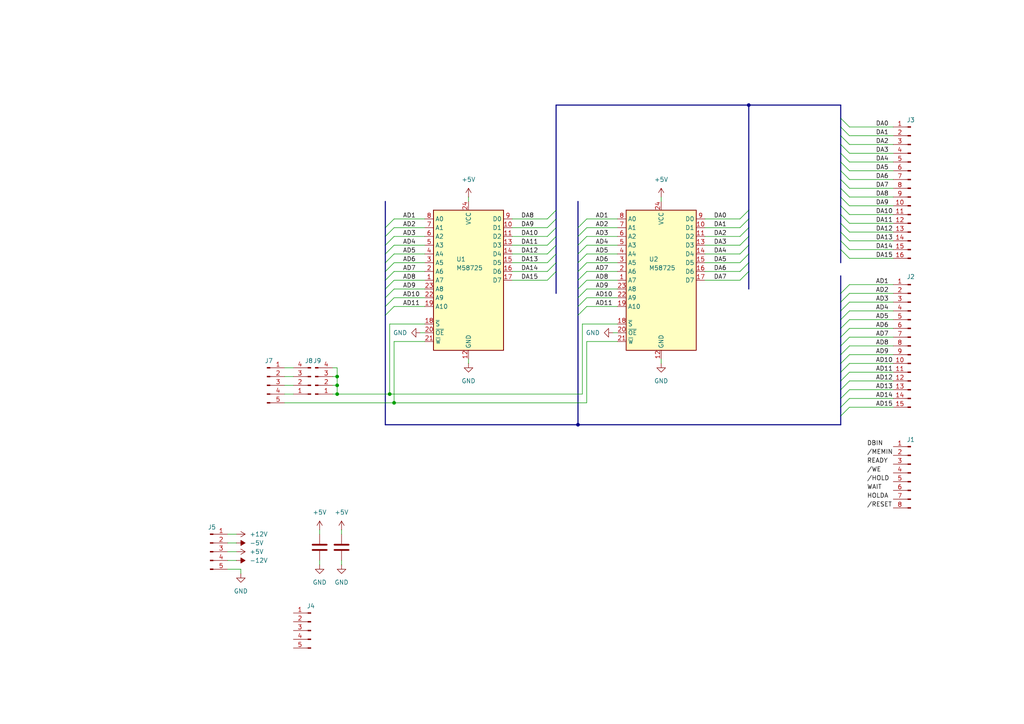
<source format=kicad_sch>
(kicad_sch (version 20250114) (generator "eeschema") (generator_version "9.0")
  (paper "A4")
  (lib_symbols
    (symbol "Connector:Conn_01x04_Pin" (pin_names (offset 1.016) (hide yes))
      (property "Reference" "J" (at 0 5.08 0))
      (property "Value" "Conn_01x04_Pin" (at 0 -7.62 0))
      (symbol "Conn_01x04_Pin_1_1"
        (rectangle (start 0.8636 2.667) (end 0 2.413) (stroke (width 0.1524)) (fill (type outline)))
        (rectangle (start 0.8636 0.127) (end 0 -0.127) (stroke (width 0.1524)) (fill (type outline)))
        (rectangle (start 0.8636 -2.413) (end 0 -2.667) (stroke (width 0.1524)) (fill (type outline)))
        (rectangle (start 0.8636 -4.953) (end 0 -5.207) (stroke (width 0.1524)) (fill (type outline)))
        (polyline (pts (xy 1.27 2.54) (xy 0.8636 2.54)) (stroke (width 0.1524)))
        (polyline (pts (xy 1.27 0) (xy 0.8636 0)) (stroke (width 0.1524)))
        (polyline (pts (xy 1.27 -2.54) (xy 0.8636 -2.54)) (stroke (width 0.1524)))
        (polyline (pts (xy 1.27 -5.08) (xy 0.8636 -5.08)) (stroke (width 0.1524)))
        (pin passive line (at 5.08 2.54 180) (length 3.81) (name "Pin_1") (number "1"))
        (pin passive line (at 5.08 0 180) (length 3.81) (name "Pin_2") (number "2"))
        (pin passive line (at 5.08 -2.54 180) (length 3.81) (name "Pin_3") (number "3"))
        (pin passive line (at 5.08 -5.08 180) (length 3.81) (name "Pin_4") (number "4"))
      )
    )
    (symbol "Connector:Conn_01x05_Pin" (pin_names (offset 1.016) (hide yes))
      (property "Reference" "J" (at 0 7.62 0))
      (property "Value" "Conn_01x05_Pin" (at 0 -7.62 0))
      (symbol "Conn_01x05_Pin_1_1"
        (rectangle (start 0.8636 5.207) (end 0 4.953) (stroke (width 0.1524)) (fill (type outline)))
        (rectangle (start 0.8636 2.667) (end 0 2.413) (stroke (width 0.1524)) (fill (type outline)))
        (rectangle (start 0.8636 0.127) (end 0 -0.127) (stroke (width 0.1524)) (fill (type outline)))
        (rectangle (start 0.8636 -2.413) (end 0 -2.667) (stroke (width 0.1524)) (fill (type outline)))
        (rectangle (start 0.8636 -4.953) (end 0 -5.207) (stroke (width 0.1524)) (fill (type outline)))
        (polyline (pts (xy 1.27 5.08) (xy 0.8636 5.08)) (stroke (width 0.1524)))
        (polyline (pts (xy 1.27 2.54) (xy 0.8636 2.54)) (stroke (width 0.1524)))
        (polyline (pts (xy 1.27 0) (xy 0.8636 0)) (stroke (width 0.1524)))
        (polyline (pts (xy 1.27 -2.54) (xy 0.8636 -2.54)) (stroke (width 0.1524)))
        (polyline (pts (xy 1.27 -5.08) (xy 0.8636 -5.08)) (stroke (width 0.1524)))
        (pin passive line (at 5.08 5.08 180) (length 3.81) (name "Pin_1") (number "1"))
        (pin passive line (at 5.08 2.54 180) (length 3.81) (name "Pin_2") (number "2"))
        (pin passive line (at 5.08 0 180) (length 3.81) (name "Pin_3") (number "3"))
        (pin passive line (at 5.08 -2.54 180) (length 3.81) (name "Pin_4") (number "4"))
        (pin passive line (at 5.08 -5.08 180) (length 3.81) (name "Pin_5") (number "5"))
      )
    )
    (symbol "Connector:Conn_01x08_Pin" (pin_names (offset 1.016) (hide yes))
      (property "Reference" "J" (at 0 10.16 0))
      (property "Value" "Conn_01x08_Pin" (at 0 -12.7 0))
      (symbol "Conn_01x08_Pin_1_1"
        (rectangle (start 0.8636 7.747) (end 0 7.493) (stroke (width 0.1524)) (fill (type outline)))
        (rectangle (start 0.8636 5.207) (end 0 4.953) (stroke (width 0.1524)) (fill (type outline)))
        (rectangle (start 0.8636 2.667) (end 0 2.413) (stroke (width 0.1524)) (fill (type outline)))
        (rectangle (start 0.8636 0.127) (end 0 -0.127) (stroke (width 0.1524)) (fill (type outline)))
        (rectangle (start 0.8636 -2.413) (end 0 -2.667) (stroke (width 0.1524)) (fill (type outline)))
        (rectangle (start 0.8636 -4.953) (end 0 -5.207) (stroke (width 0.1524)) (fill (type outline)))
        (rectangle (start 0.8636 -7.493) (end 0 -7.747) (stroke (width 0.1524)) (fill (type outline)))
        (rectangle (start 0.8636 -10.033) (end 0 -10.287) (stroke (width 0.1524)) (fill (type outline)))
        (polyline (pts (xy 1.27 7.62) (xy 0.8636 7.62)) (stroke (width 0.1524)))
        (polyline (pts (xy 1.27 5.08) (xy 0.8636 5.08)) (stroke (width 0.1524)))
        (polyline (pts (xy 1.27 2.54) (xy 0.8636 2.54)) (stroke (width 0.1524)))
        (polyline (pts (xy 1.27 0) (xy 0.8636 0)) (stroke (width 0.1524)))
        (polyline (pts (xy 1.27 -2.54) (xy 0.8636 -2.54)) (stroke (width 0.1524)))
        (polyline (pts (xy 1.27 -5.08) (xy 0.8636 -5.08)) (stroke (width 0.1524)))
        (polyline (pts (xy 1.27 -7.62) (xy 0.8636 -7.62)) (stroke (width 0.1524)))
        (polyline (pts (xy 1.27 -10.16) (xy 0.8636 -10.16)) (stroke (width 0.1524)))
        (pin passive line (at 5.08 7.62 180) (length 3.81) (name "Pin_1") (number "1"))
        (pin passive line (at 5.08 5.08 180) (length 3.81) (name "Pin_2") (number "2"))
        (pin passive line (at 5.08 2.54 180) (length 3.81) (name "Pin_3") (number "3"))
        (pin passive line (at 5.08 0 180) (length 3.81) (name "Pin_4") (number "4"))
        (pin passive line (at 5.08 -2.54 180) (length 3.81) (name "Pin_5") (number "5"))
        (pin passive line (at 5.08 -5.08 180) (length 3.81) (name "Pin_6") (number "6"))
        (pin passive line (at 5.08 -7.62 180) (length 3.81) (name "Pin_7") (number "7"))
        (pin passive line (at 5.08 -10.16 180) (length 3.81) (name "Pin_8") (number "8"))
      )
    )
    (symbol "Connector:Conn_01x15_Pin" (pin_names (offset 1.016) (hide yes))
      (property "Reference" "J" (at 0 20.32 0))
      (property "Value" "Conn_01x15_Pin" (at 0 -20.32 0))
      (symbol "Conn_01x15_Pin_1_1"
        (rectangle (start 0.8636 17.907) (end 0 17.653) (stroke (width 0.1524)) (fill (type outline)))
        (rectangle (start 0.8636 15.367) (end 0 15.113) (stroke (width 0.1524)) (fill (type outline)))
        (rectangle (start 0.8636 12.827) (end 0 12.573) (stroke (width 0.1524)) (fill (type outline)))
        (rectangle (start 0.8636 10.287) (end 0 10.033) (stroke (width 0.1524)) (fill (type outline)))
        (rectangle (start 0.8636 7.747) (end 0 7.493) (stroke (width 0.1524)) (fill (type outline)))
        (rectangle (start 0.8636 5.207) (end 0 4.953) (stroke (width 0.1524)) (fill (type outline)))
        (rectangle (start 0.8636 2.667) (end 0 2.413) (stroke (width 0.1524)) (fill (type outline)))
        (rectangle (start 0.8636 0.127) (end 0 -0.127) (stroke (width 0.1524)) (fill (type outline)))
        (rectangle (start 0.8636 -2.413) (end 0 -2.667) (stroke (width 0.1524)) (fill (type outline)))
        (rectangle (start 0.8636 -4.953) (end 0 -5.207) (stroke (width 0.1524)) (fill (type outline)))
        (rectangle (start 0.8636 -7.493) (end 0 -7.747) (stroke (width 0.1524)) (fill (type outline)))
        (rectangle (start 0.8636 -10.033) (end 0 -10.287) (stroke (width 0.1524)) (fill (type outline)))
        (rectangle (start 0.8636 -12.573) (end 0 -12.827) (stroke (width 0.1524)) (fill (type outline)))
        (rectangle (start 0.8636 -15.113) (end 0 -15.367) (stroke (width 0.1524)) (fill (type outline)))
        (rectangle (start 0.8636 -17.653) (end 0 -17.907) (stroke (width 0.1524)) (fill (type outline)))
        (polyline (pts (xy 1.27 17.78) (xy 0.8636 17.78)) (stroke (width 0.1524)))
        (polyline (pts (xy 1.27 15.24) (xy 0.8636 15.24)) (stroke (width 0.1524)))
        (polyline (pts (xy 1.27 12.7) (xy 0.8636 12.7)) (stroke (width 0.1524)))
        (polyline (pts (xy 1.27 10.16) (xy 0.8636 10.16)) (stroke (width 0.1524)))
        (polyline (pts (xy 1.27 7.62) (xy 0.8636 7.62)) (stroke (width 0.1524)))
        (polyline (pts (xy 1.27 5.08) (xy 0.8636 5.08)) (stroke (width 0.1524)))
        (polyline (pts (xy 1.27 2.54) (xy 0.8636 2.54)) (stroke (width 0.1524)))
        (polyline (pts (xy 1.27 0) (xy 0.8636 0)) (stroke (width 0.1524)))
        (polyline (pts (xy 1.27 -2.54) (xy 0.8636 -2.54)) (stroke (width 0.1524)))
        (polyline (pts (xy 1.27 -5.08) (xy 0.8636 -5.08)) (stroke (width 0.1524)))
        (polyline (pts (xy 1.27 -7.62) (xy 0.8636 -7.62)) (stroke (width 0.1524)))
        (polyline (pts (xy 1.27 -10.16) (xy 0.8636 -10.16)) (stroke (width 0.1524)))
        (polyline (pts (xy 1.27 -12.7) (xy 0.8636 -12.7)) (stroke (width 0.1524)))
        (polyline (pts (xy 1.27 -15.24) (xy 0.8636 -15.24)) (stroke (width 0.1524)))
        (polyline (pts (xy 1.27 -17.78) (xy 0.8636 -17.78)) (stroke (width 0.1524)))
        (pin passive line (at 5.08 17.78 180) (length 3.81) (name "Pin_1") (number "1"))
        (pin passive line (at 5.08 15.24 180) (length 3.81) (name "Pin_2") (number "2"))
        (pin passive line (at 5.08 12.7 180) (length 3.81) (name "Pin_3") (number "3"))
        (pin passive line (at 5.08 10.16 180) (length 3.81) (name "Pin_4") (number "4"))
        (pin passive line (at 5.08 7.62 180) (length 3.81) (name "Pin_5") (number "5"))
        (pin passive line (at 5.08 5.08 180) (length 3.81) (name "Pin_6") (number "6"))
        (pin passive line (at 5.08 2.54 180) (length 3.81) (name "Pin_7") (number "7"))
        (pin passive line (at 5.08 0 180) (length 3.81) (name "Pin_8") (number "8"))
        (pin passive line (at 5.08 -2.54 180) (length 3.81) (name "Pin_9") (number "9"))
        (pin passive line (at 5.08 -5.08 180) (length 3.81) (name "Pin_10") (number "10"))
        (pin passive line (at 5.08 -7.62 180) (length 3.81) (name "Pin_11") (number "11"))
        (pin passive line (at 5.08 -10.16 180) (length 3.81) (name "Pin_12") (number "12"))
        (pin passive line (at 5.08 -12.7 180) (length 3.81) (name "Pin_13") (number "13"))
        (pin passive line (at 5.08 -15.24 180) (length 3.81) (name "Pin_14") (number "14"))
        (pin passive line (at 5.08 -17.78 180) (length 3.81) (name "Pin_15") (number "15"))
      )
    )
    (symbol "Connector:Conn_01x16_Pin" (pin_names (offset 1.016) (hide yes))
      (property "Reference" "J" (at 0 20.32 0))
      (property "Value" "Conn_01x16_Pin" (at 0 -22.86 0))
      (symbol "Conn_01x16_Pin_1_1"
        (rectangle (start 0.8636 17.907) (end 0 17.653) (stroke (width 0.1524)) (fill (type outline)))
        (rectangle (start 0.8636 15.367) (end 0 15.113) (stroke (width 0.1524)) (fill (type outline)))
        (rectangle (start 0.8636 12.827) (end 0 12.573) (stroke (width 0.1524)) (fill (type outline)))
        (rectangle (start 0.8636 10.287) (end 0 10.033) (stroke (width 0.1524)) (fill (type outline)))
        (rectangle (start 0.8636 7.747) (end 0 7.493) (stroke (width 0.1524)) (fill (type outline)))
        (rectangle (start 0.8636 5.207) (end 0 4.953) (stroke (width 0.1524)) (fill (type outline)))
        (rectangle (start 0.8636 2.667) (end 0 2.413) (stroke (width 0.1524)) (fill (type outline)))
        (rectangle (start 0.8636 0.127) (end 0 -0.127) (stroke (width 0.1524)) (fill (type outline)))
        (rectangle (start 0.8636 -2.413) (end 0 -2.667) (stroke (width 0.1524)) (fill (type outline)))
        (rectangle (start 0.8636 -4.953) (end 0 -5.207) (stroke (width 0.1524)) (fill (type outline)))
        (rectangle (start 0.8636 -7.493) (end 0 -7.747) (stroke (width 0.1524)) (fill (type outline)))
        (rectangle (start 0.8636 -10.033) (end 0 -10.287) (stroke (width 0.1524)) (fill (type outline)))
        (rectangle (start 0.8636 -12.573) (end 0 -12.827) (stroke (width 0.1524)) (fill (type outline)))
        (rectangle (start 0.8636 -15.113) (end 0 -15.367) (stroke (width 0.1524)) (fill (type outline)))
        (rectangle (start 0.8636 -17.653) (end 0 -17.907) (stroke (width 0.1524)) (fill (type outline)))
        (rectangle (start 0.8636 -20.193) (end 0 -20.447) (stroke (width 0.1524)) (fill (type outline)))
        (polyline (pts (xy 1.27 17.78) (xy 0.8636 17.78)) (stroke (width 0.1524)))
        (polyline (pts (xy 1.27 15.24) (xy 0.8636 15.24)) (stroke (width 0.1524)))
        (polyline (pts (xy 1.27 12.7) (xy 0.8636 12.7)) (stroke (width 0.1524)))
        (polyline (pts (xy 1.27 10.16) (xy 0.8636 10.16)) (stroke (width 0.1524)))
        (polyline (pts (xy 1.27 7.62) (xy 0.8636 7.62)) (stroke (width 0.1524)))
        (polyline (pts (xy 1.27 5.08) (xy 0.8636 5.08)) (stroke (width 0.1524)))
        (polyline (pts (xy 1.27 2.54) (xy 0.8636 2.54)) (stroke (width 0.1524)))
        (polyline (pts (xy 1.27 0) (xy 0.8636 0)) (stroke (width 0.1524)))
        (polyline (pts (xy 1.27 -2.54) (xy 0.8636 -2.54)) (stroke (width 0.1524)))
        (polyline (pts (xy 1.27 -5.08) (xy 0.8636 -5.08)) (stroke (width 0.1524)))
        (polyline (pts (xy 1.27 -7.62) (xy 0.8636 -7.62)) (stroke (width 0.1524)))
        (polyline (pts (xy 1.27 -10.16) (xy 0.8636 -10.16)) (stroke (width 0.1524)))
        (polyline (pts (xy 1.27 -12.7) (xy 0.8636 -12.7)) (stroke (width 0.1524)))
        (polyline (pts (xy 1.27 -15.24) (xy 0.8636 -15.24)) (stroke (width 0.1524)))
        (polyline (pts (xy 1.27 -17.78) (xy 0.8636 -17.78)) (stroke (width 0.1524)))
        (polyline (pts (xy 1.27 -20.32) (xy 0.8636 -20.32)) (stroke (width 0.1524)))
        (pin passive line (at 5.08 17.78 180) (length 3.81) (name "Pin_1") (number "1"))
        (pin passive line (at 5.08 15.24 180) (length 3.81) (name "Pin_2") (number "2"))
        (pin passive line (at 5.08 12.7 180) (length 3.81) (name "Pin_3") (number "3"))
        (pin passive line (at 5.08 10.16 180) (length 3.81) (name "Pin_4") (number "4"))
        (pin passive line (at 5.08 7.62 180) (length 3.81) (name "Pin_5") (number "5"))
        (pin passive line (at 5.08 5.08 180) (length 3.81) (name "Pin_6") (number "6"))
        (pin passive line (at 5.08 2.54 180) (length 3.81) (name "Pin_7") (number "7"))
        (pin passive line (at 5.08 0 180) (length 3.81) (name "Pin_8") (number "8"))
        (pin passive line (at 5.08 -2.54 180) (length 3.81) (name "Pin_9") (number "9"))
        (pin passive line (at 5.08 -5.08 180) (length 3.81) (name "Pin_10") (number "10"))
        (pin passive line (at 5.08 -7.62 180) (length 3.81) (name "Pin_11") (number "11"))
        (pin passive line (at 5.08 -10.16 180) (length 3.81) (name "Pin_12") (number "12"))
        (pin passive line (at 5.08 -12.7 180) (length 3.81) (name "Pin_13") (number "13"))
        (pin passive line (at 5.08 -15.24 180) (length 3.81) (name "Pin_14") (number "14"))
        (pin passive line (at 5.08 -17.78 180) (length 3.81) (name "Pin_15") (number "15"))
        (pin passive line (at 5.08 -20.32 180) (length 3.81) (name "Pin_16") (number "16"))
      )
    )
    (symbol "Device:C" (pin_numbers (hide yes)) (pin_names (offset 0.254))
      (property "Reference" "C" (at 0.635 2.54 0))
      (property "Value" "C" (at 0.635 -2.54 0))
      (symbol "C_0_1"
        (polyline (pts (xy -2.032 0.762) (xy 2.032 0.762)) (stroke (width 0.508)))
        (polyline (pts (xy -2.032 -0.762) (xy 2.032 -0.762)) (stroke (width 0.508)))
      )
      (symbol "C_1_1"
        (pin passive line (at 0 3.81 270) (length 2.794) (name "~") (number "1"))
        (pin passive line (at 0 -3.81 90) (length 2.794) (name "~") (number "2"))
      )
    )
    (symbol "User:M58725"
      (property "Reference" "U" (at -10.16 20.955 0))
      (property "Value" "M58725" (at 2.54 20.955 0))
      (symbol "M58725_0_1"
        (rectangle (start -10.16 20.32) (end 10.16 -20.32) (stroke (width 0.254)) (fill (type background)))
      )
      (symbol "M58725_1_0"
        (pin tri_state line (at 12.7 7.62 180) (length 2.54) (name "D4") (number "14"))
      )
      (symbol "M58725_1_1"
        (pin input line (at -12.7 17.78 0) (length 2.54) (name "A0") (number "8"))
        (pin input line (at -12.7 15.24 0) (length 2.54) (name "A1") (number "7"))
        (pin input line (at -12.7 12.7 0) (length 2.54) (name "A2") (number "6"))
        (pin input line (at -12.7 10.16 0) (length 2.54) (name "A3") (number "5"))
        (pin input line (at -12.7 7.62 0) (length 2.54) (name "A4") (number "4"))
        (pin input line (at -12.7 5.08 0) (length 2.54) (name "A5") (number "3"))
        (pin input line (at -12.7 2.54 0) (length 2.54) (name "A6") (number "2"))
        (pin input line (at -12.7 0 0) (length 2.54) (name "A7") (number "1"))
        (pin input line (at -12.7 -2.54 0) (length 2.54) (name "A8") (number "23"))
        (pin input line (at -12.7 -5.08 0) (length 2.54) (name "A9") (number "22"))
        (pin input line (at -12.7 -7.62 0) (length 2.54) (name "A10") (number "19"))
        (pin input line (at -12.7 -12.7 0) (length 2.54) (name "~{S}") (number "18"))
        (pin input line (at -12.7 -15.24 0) (length 2.54) (name "~{OE}") (number "20"))
        (pin input line (at -12.7 -17.78 0) (length 2.54) (name "~{W}") (number "21"))
        (pin power_in line (at 0 22.86 270) (length 2.54) (name "VCC") (number "24"))
        (pin power_in line (at 0 -22.86 90) (length 2.54) (name "GND") (number "12"))
        (pin tri_state line (at 12.7 17.78 180) (length 2.54) (name "D0") (number "9"))
        (pin tri_state line (at 12.7 15.24 180) (length 2.54) (name "D1") (number "10"))
        (pin tri_state line (at 12.7 12.7 180) (length 2.54) (name "D2") (number "11"))
        (pin tri_state line (at 12.7 10.16 180) (length 2.54) (name "D3") (number "13"))
        (pin tri_state line (at 12.7 5.08 180) (length 2.54) (name "D5") (number "15"))
        (pin tri_state line (at 12.7 2.54 180) (length 2.54) (name "D6") (number "16"))
        (pin tri_state line (at 12.7 0 180) (length 2.54) (name "D7") (number "17"))
      )
    )
    (symbol "power:+12V" (power) (pin_numbers (hide yes)) (pin_names (offset 0) (hide yes))
      (property "Value" "+12V" (at 0 3.556 0))
      (symbol "+12V_0_1"
        (polyline (pts (xy -0.762 1.27) (xy 0 2.54)))
        (polyline (pts (xy 0 2.54) (xy 0.762 1.27)))
        (polyline (pts (xy 0 0) (xy 0 2.54)))
      )
      (symbol "+12V_1_1"
        (pin power_in line (at 0 0 90) (length 0) (name "~") (number "1"))
      )
    )
    (symbol "power:+5V" (power) (pin_numbers (hide yes)) (pin_names (offset 0) (hide yes))
      (property "Value" "+5V" (at 0 3.556 0))
      (symbol "+5V_0_1"
        (polyline (pts (xy -0.762 1.27) (xy 0 2.54)))
        (polyline (pts (xy 0 2.54) (xy 0.762 1.27)))
        (polyline (pts (xy 0 0) (xy 0 2.54)))
      )
      (symbol "+5V_1_1"
        (pin power_in line (at 0 0 90) (length 0) (name "~") (number "1"))
      )
    )
    (symbol "power:-12V" (power) (pin_numbers (hide yes)) (pin_names (offset 0) (hide yes))
      (property "Value" "-12V" (at 0 3.556 0))
      (symbol "-12V_0_0"
        (pin power_in line (at 0 0 90) (length 0) (name "~") (number "1"))
      )
      (symbol "-12V_0_1"
        (polyline (pts (xy 0 0) (xy 0 1.27) (xy 0.762 1.27) (xy 0 2.54) (xy -0.762 1.27) (xy 0 1.27)) (fill (type outline)))
      )
    )
    (symbol "power:-5V" (power) (pin_numbers (hide yes)) (pin_names (offset 0) (hide yes))
      (property "Value" "-5V" (at 0 3.556 0))
      (symbol "-5V_0_0"
        (pin power_in line (at 0 0 90) (length 0) (name "~") (number "1"))
      )
      (symbol "-5V_0_1"
        (polyline (pts (xy 0 0) (xy 0 1.27) (xy 0.762 1.27) (xy 0 2.54) (xy -0.762 1.27) (xy 0 1.27)) (fill (type outline)))
      )
    )
    (symbol "power:GND" (power) (pin_numbers (hide yes)) (pin_names (offset 0) (hide yes))
      (property "Value" "GND" (at 0 -3.81 0))
      (symbol "GND_0_1"
        (polyline (pts (xy 0 0) (xy 0 -1.27) (xy 1.27 -1.27) (xy 0 -2.54) (xy -1.27 -1.27) (xy 0 -1.27)))
      )
      (symbol "GND_1_1"
        (pin power_in line (at 0 0 270) (length 0) (name "~") (number "1"))
      )
    )
  )
  (junction (at 113.03 114.3))
  (junction (at 97.79 114.3))
  (junction (at 97.79 111.76))
  (junction (at 217.17 30.48))
  (junction (at 97.79 109.22))
  (junction (at 114.3 116.84))
  (junction (at 167.64 123.19))
  (bus_entry (at 243.84 64.77) (size 2.54 2.54))
  (bus_entry (at 158.75 68.58) (size 2.54 -2.54))
  (bus_entry (at 243.84 46.99) (size 2.54 2.54))
  (bus_entry (at 243.84 102.87) (size 2.54 -2.54))
  (bus_entry (at 114.3 86.36) (size -2.54 2.54))
  (bus_entry (at 114.3 66.04) (size -2.54 2.54))
  (bus_entry (at 243.84 90.17) (size 2.54 -2.54))
  (bus_entry (at 214.63 68.58) (size 2.54 -2.54))
  (bus_entry (at 243.84 49.53) (size 2.54 2.54))
  (bus_entry (at 243.84 41.91) (size 2.54 2.54))
  (bus_entry (at 243.84 54.61) (size 2.54 2.54))
  (bus_entry (at 243.84 87.63) (size 2.54 -2.54))
  (bus_entry (at 243.84 59.69) (size 2.54 2.54))
  (bus_entry (at 114.3 81.28) (size -2.54 2.54))
  (bus_entry (at 243.84 57.15) (size 2.54 2.54))
  (bus_entry (at 243.84 67.31) (size 2.54 2.54))
  (bus_entry (at 243.84 39.37) (size 2.54 2.54))
  (bus_entry (at 158.75 73.66) (size 2.54 -2.54))
  (bus_entry (at 170.18 71.12) (size -2.54 2.54))
  (bus_entry (at 214.63 78.74) (size 2.54 -2.54))
  (bus_entry (at 114.3 68.58) (size -2.54 2.54))
  (bus_entry (at 243.84 92.71) (size 2.54 -2.54))
  (bus_entry (at 243.84 72.39) (size 2.54 2.54))
  (bus_entry (at 243.84 115.57) (size 2.54 -2.54))
  (bus_entry (at 243.84 52.07) (size 2.54 2.54))
  (bus_entry (at 158.75 76.2) (size 2.54 -2.54))
  (bus_entry (at 170.18 63.5) (size -2.54 2.54))
  (bus_entry (at 170.18 73.66) (size -2.54 2.54))
  (bus_entry (at 243.84 62.23) (size 2.54 2.54))
  (bus_entry (at 170.18 88.9) (size -2.54 2.54))
  (bus_entry (at 243.84 69.85) (size 2.54 2.54))
  (bus_entry (at 114.3 76.2) (size -2.54 2.54))
  (bus_entry (at 243.84 110.49) (size 2.54 -2.54))
  (bus_entry (at 243.84 100.33) (size 2.54 -2.54))
  (bus_entry (at 158.75 78.74) (size 2.54 -2.54))
  (bus_entry (at 243.84 44.45) (size 2.54 2.54))
  (bus_entry (at 170.18 78.74) (size -2.54 2.54))
  (bus_entry (at 158.75 66.04) (size 2.54 -2.54))
  (bus_entry (at 170.18 83.82) (size -2.54 2.54))
  (bus_entry (at 243.84 107.95) (size 2.54 -2.54))
  (bus_entry (at 170.18 81.28) (size -2.54 2.54))
  (bus_entry (at 214.63 73.66) (size 2.54 -2.54))
  (bus_entry (at 170.18 66.04) (size -2.54 2.54))
  (bus_entry (at 243.84 95.25) (size 2.54 -2.54))
  (bus_entry (at 114.3 78.74) (size -2.54 2.54))
  (bus_entry (at 243.84 113.03) (size 2.54 -2.54))
  (bus_entry (at 158.75 63.5) (size 2.54 -2.54))
  (bus_entry (at 170.18 86.36) (size -2.54 2.54))
  (bus_entry (at 243.84 85.09) (size 2.54 -2.54))
  (bus_entry (at 214.63 66.04) (size 2.54 -2.54))
  (bus_entry (at 243.84 34.29) (size 2.54 2.54))
  (bus_entry (at 114.3 63.5) (size -2.54 2.54))
  (bus_entry (at 243.84 97.79) (size 2.54 -2.54))
  (bus_entry (at 114.3 71.12) (size -2.54 2.54))
  (bus_entry (at 158.75 81.28) (size 2.54 -2.54))
  (bus_entry (at 243.84 118.11) (size 2.54 -2.54))
  (bus_entry (at 214.63 63.5) (size 2.54 -2.54))
  (bus_entry (at 214.63 71.12) (size 2.54 -2.54))
  (bus_entry (at 214.63 76.2) (size 2.54 -2.54))
  (bus_entry (at 170.18 76.2) (size -2.54 2.54))
  (bus_entry (at 114.3 73.66) (size -2.54 2.54))
  (bus_entry (at 243.84 105.41) (size 2.54 -2.54))
  (bus_entry (at 243.84 36.83) (size 2.54 2.54))
  (bus_entry (at 114.3 88.9) (size -2.54 2.54))
  (bus_entry (at 158.75 71.12) (size 2.54 -2.54))
  (bus_entry (at 214.63 81.28) (size 2.54 -2.54))
  (bus_entry (at 243.84 120.65) (size 2.54 -2.54))
  (bus_entry (at 114.3 83.82) (size -2.54 2.54))
  (bus_entry (at 170.18 68.58) (size -2.54 2.54))
  (wire (pts (xy 113.03 93.98) (xy 113.03 114.3)))
  (wire (pts (xy 204.47 71.12) (xy 214.63 71.12)))
  (wire (pts (xy 170.18 71.12) (xy 179.07 71.12)))
  (bus (pts (xy 167.64 76.2) (xy 167.64 78.74)))
  (wire (pts (xy 170.18 83.82) (xy 179.07 83.82)))
  (wire (pts (xy 246.38 113.03) (xy 259.08 113.03)))
  (wire (pts (xy 97.79 114.3) (xy 96.52 114.3)))
  (wire (pts (xy 114.3 116.84) (xy 170.18 116.84)))
  (wire (pts (xy 148.59 63.5) (xy 158.75 63.5)))
  (wire (pts (xy 204.47 63.5) (xy 214.63 63.5)))
  (wire (pts (xy 246.38 110.49) (xy 259.08 110.49)))
  (bus (pts (xy 217.17 68.58) (xy 217.17 71.12)))
  (wire (pts (xy 170.18 86.36) (xy 179.07 86.36)))
  (bus (pts (xy 243.84 41.91) (xy 243.84 39.37)))
  (bus (pts (xy 217.17 78.74) (xy 217.17 83.82)))
  (wire (pts (xy 97.79 111.76) (xy 97.79 114.3)))
  (wire (pts (xy 246.38 39.37) (xy 259.08 39.37)))
  (wire (pts (xy 66.04 154.94) (xy 68.58 154.94)))
  (wire (pts (xy 82.55 109.22) (xy 85.09 109.22)))
  (bus (pts (xy 167.64 78.74) (xy 167.64 81.28)))
  (wire (pts (xy 246.38 74.93) (xy 259.08 74.93)))
  (wire (pts (xy 114.3 76.2) (xy 123.19 76.2)))
  (wire (pts (xy 123.19 99.06) (xy 114.3 99.06)))
  (bus (pts (xy 243.84 118.11) (xy 243.84 120.65)))
  (wire (pts (xy 246.38 54.61) (xy 259.08 54.61)))
  (bus (pts (xy 111.76 123.19) (xy 167.64 123.19)))
  (bus (pts (xy 243.84 120.65) (xy 243.84 123.19)))
  (wire (pts (xy 114.3 66.04) (xy 123.19 66.04)))
  (wire (pts (xy 177.8 96.52) (xy 179.07 96.52)))
  (bus (pts (xy 161.29 66.04) (xy 161.29 68.58)))
  (bus (pts (xy 167.64 123.19) (xy 243.84 123.19)))
  (bus (pts (xy 111.76 58.42) (xy 111.76 66.04)))
  (wire (pts (xy 246.38 57.15) (xy 259.08 57.15)))
  (bus (pts (xy 167.64 88.9) (xy 167.64 91.44)))
  (bus (pts (xy 161.29 76.2) (xy 161.29 78.74)))
  (wire (pts (xy 82.55 114.3) (xy 85.09 114.3)))
  (bus (pts (xy 243.84 54.61) (xy 243.84 52.07)))
  (bus (pts (xy 243.84 97.79) (xy 243.84 100.33)))
  (bus (pts (xy 111.76 91.44) (xy 111.76 123.19)))
  (wire (pts (xy 148.59 78.74) (xy 158.75 78.74)))
  (wire (pts (xy 69.85 165.1) (xy 66.04 165.1)))
  (wire (pts (xy 148.59 66.04) (xy 158.75 66.04)))
  (wire (pts (xy 123.19 93.98) (xy 113.03 93.98)))
  (bus (pts (xy 161.29 30.48) (xy 161.29 60.96)))
  (bus (pts (xy 161.29 78.74) (xy 161.29 85.09)))
  (wire (pts (xy 96.52 109.22) (xy 97.79 109.22)))
  (wire (pts (xy 82.55 106.68) (xy 85.09 106.68)))
  (wire (pts (xy 114.3 68.58) (xy 123.19 68.58)))
  (wire (pts (xy 148.59 68.58) (xy 158.75 68.58)))
  (wire (pts (xy 246.38 46.99) (xy 259.08 46.99)))
  (wire (pts (xy 148.59 71.12) (xy 158.75 71.12)))
  (wire (pts (xy 170.18 99.06) (xy 179.07 99.06)))
  (wire (pts (xy 99.06 162.56) (xy 99.06 163.83)))
  (wire (pts (xy 246.38 107.95) (xy 259.08 107.95)))
  (bus (pts (xy 167.64 83.82) (xy 167.64 86.36)))
  (bus (pts (xy 167.64 58.42) (xy 167.64 66.04)))
  (wire (pts (xy 204.47 68.58) (xy 214.63 68.58)))
  (wire (pts (xy 135.89 57.15) (xy 135.89 58.42)))
  (bus (pts (xy 243.84 34.29) (xy 243.84 30.48)))
  (bus (pts (xy 243.84 107.95) (xy 243.84 110.49)))
  (wire (pts (xy 148.59 73.66) (xy 158.75 73.66)))
  (bus (pts (xy 167.64 86.36) (xy 167.64 88.9)))
  (wire (pts (xy 135.89 104.14) (xy 135.89 105.41)))
  (bus (pts (xy 217.17 71.12) (xy 217.17 73.66)))
  (wire (pts (xy 114.3 88.9) (xy 123.19 88.9)))
  (wire (pts (xy 191.77 57.15) (xy 191.77 58.42)))
  (bus (pts (xy 243.84 39.37) (xy 243.84 36.83)))
  (bus (pts (xy 243.84 110.49) (xy 243.84 113.03)))
  (wire (pts (xy 246.38 49.53) (xy 259.08 49.53)))
  (wire (pts (xy 168.91 93.98) (xy 179.07 93.98)))
  (wire (pts (xy 92.71 162.56) (xy 92.71 163.83)))
  (wire (pts (xy 148.59 81.28) (xy 158.75 81.28)))
  (bus (pts (xy 161.29 71.12) (xy 161.29 73.66)))
  (bus (pts (xy 243.84 85.09) (xy 243.84 87.63)))
  (bus (pts (xy 243.84 105.41) (xy 243.84 107.95)))
  (wire (pts (xy 246.38 67.31) (xy 259.08 67.31)))
  (wire (pts (xy 246.38 41.91) (xy 259.08 41.91)))
  (wire (pts (xy 246.38 82.55) (xy 259.08 82.55)))
  (bus (pts (xy 243.84 90.17) (xy 243.84 92.71)))
  (bus (pts (xy 167.64 68.58) (xy 167.64 71.12)))
  (bus (pts (xy 111.76 66.04) (xy 111.76 68.58)))
  (bus (pts (xy 217.17 63.5) (xy 217.17 66.04)))
  (wire (pts (xy 114.3 73.66) (xy 123.19 73.66)))
  (wire (pts (xy 246.38 105.41) (xy 259.08 105.41)))
  (bus (pts (xy 217.17 73.66) (xy 217.17 76.2)))
  (wire (pts (xy 66.04 160.02) (xy 68.58 160.02)))
  (wire (pts (xy 92.71 153.67) (xy 92.71 154.94)))
  (wire (pts (xy 170.18 81.28) (xy 179.07 81.28)))
  (wire (pts (xy 246.38 102.87) (xy 259.08 102.87)))
  (wire (pts (xy 246.38 69.85) (xy 259.08 69.85)))
  (wire (pts (xy 114.3 86.36) (xy 123.19 86.36)))
  (wire (pts (xy 246.38 72.39) (xy 259.08 72.39)))
  (bus (pts (xy 111.76 83.82) (xy 111.76 86.36)))
  (wire (pts (xy 96.52 111.76) (xy 97.79 111.76)))
  (wire (pts (xy 66.04 157.48) (xy 68.58 157.48)))
  (bus (pts (xy 111.76 81.28) (xy 111.76 83.82)))
  (bus (pts (xy 167.64 71.12) (xy 167.64 73.66)))
  (wire (pts (xy 69.85 166.37) (xy 69.85 165.1)))
  (wire (pts (xy 170.18 116.84) (xy 170.18 99.06)))
  (bus (pts (xy 243.84 115.57) (xy 243.84 118.11)))
  (wire (pts (xy 170.18 68.58) (xy 179.07 68.58)))
  (bus (pts (xy 161.29 30.48) (xy 217.17 30.48)))
  (wire (pts (xy 246.38 87.63) (xy 259.08 87.63)))
  (wire (pts (xy 204.47 76.2) (xy 214.63 76.2)))
  (bus (pts (xy 243.84 113.03) (xy 243.84 115.57)))
  (wire (pts (xy 246.38 62.23) (xy 259.08 62.23)))
  (wire (pts (xy 99.06 153.67) (xy 99.06 154.94)))
  (bus (pts (xy 243.84 64.77) (xy 243.84 62.23)))
  (bus (pts (xy 243.84 52.07) (xy 243.84 49.53)))
  (wire (pts (xy 82.55 116.84) (xy 114.3 116.84)))
  (bus (pts (xy 161.29 60.96) (xy 161.29 63.5)))
  (wire (pts (xy 246.38 92.71) (xy 259.08 92.71)))
  (bus (pts (xy 161.29 68.58) (xy 161.29 71.12)))
  (bus (pts (xy 217.17 66.04) (xy 217.17 68.58)))
  (bus (pts (xy 243.84 92.71) (xy 243.84 95.25)))
  (wire (pts (xy 204.47 73.66) (xy 214.63 73.66)))
  (wire (pts (xy 121.92 96.52) (xy 123.19 96.52)))
  (bus (pts (xy 167.64 91.44) (xy 167.64 123.19)))
  (wire (pts (xy 246.38 95.25) (xy 259.08 95.25)))
  (wire (pts (xy 170.18 73.66) (xy 179.07 73.66)))
  (bus (pts (xy 167.64 81.28) (xy 167.64 83.82)))
  (bus (pts (xy 243.84 67.31) (xy 243.84 64.77)))
  (bus (pts (xy 243.84 87.63) (xy 243.84 90.17)))
  (wire (pts (xy 170.18 63.5) (xy 179.07 63.5)))
  (wire (pts (xy 114.3 99.06) (xy 114.3 116.84)))
  (bus (pts (xy 217.17 76.2) (xy 217.17 78.74)))
  (bus (pts (xy 111.76 78.74) (xy 111.76 81.28)))
  (bus (pts (xy 111.76 88.9) (xy 111.76 91.44)))
  (wire (pts (xy 148.59 76.2) (xy 158.75 76.2)))
  (wire (pts (xy 204.47 66.04) (xy 214.63 66.04)))
  (wire (pts (xy 246.38 59.69) (xy 259.08 59.69)))
  (wire (pts (xy 246.38 44.45) (xy 259.08 44.45)))
  (wire (pts (xy 114.3 63.5) (xy 123.19 63.5)))
  (bus (pts (xy 217.17 30.48) (xy 217.17 60.96)))
  (wire (pts (xy 114.3 83.82) (xy 123.19 83.82)))
  (wire (pts (xy 96.52 106.68) (xy 97.79 106.68)))
  (bus (pts (xy 243.84 72.39) (xy 243.84 69.85)))
  (wire (pts (xy 66.04 162.56) (xy 68.58 162.56)))
  (wire (pts (xy 246.38 85.09) (xy 259.08 85.09)))
  (wire (pts (xy 204.47 81.28) (xy 214.63 81.28)))
  (bus (pts (xy 111.76 76.2) (xy 111.76 78.74)))
  (wire (pts (xy 97.79 106.68) (xy 97.79 109.22)))
  (wire (pts (xy 113.03 114.3) (xy 168.91 114.3)))
  (wire (pts (xy 170.18 88.9) (xy 179.07 88.9)))
  (wire (pts (xy 97.79 109.22) (xy 97.79 111.76)))
  (bus (pts (xy 167.64 73.66) (xy 167.64 76.2)))
  (bus (pts (xy 111.76 71.12) (xy 111.76 73.66)))
  (wire (pts (xy 170.18 66.04) (xy 179.07 66.04)))
  (wire (pts (xy 246.38 52.07) (xy 259.08 52.07)))
  (wire (pts (xy 114.3 81.28) (xy 123.19 81.28)))
  (bus (pts (xy 161.29 63.5) (xy 161.29 66.04)))
  (wire (pts (xy 246.38 90.17) (xy 259.08 90.17)))
  (bus (pts (xy 243.84 59.69) (xy 243.84 57.15)))
  (bus (pts (xy 243.84 36.83) (xy 243.84 34.29)))
  (wire (pts (xy 170.18 76.2) (xy 179.07 76.2)))
  (bus (pts (xy 243.84 95.25) (xy 243.84 97.79)))
  (bus (pts (xy 243.84 102.87) (xy 243.84 105.41)))
  (wire (pts (xy 168.91 93.98) (xy 168.91 114.3)))
  (bus (pts (xy 161.29 73.66) (xy 161.29 76.2)))
  (wire (pts (xy 170.18 78.74) (xy 179.07 78.74)))
  (bus (pts (xy 243.84 80.01) (xy 243.84 85.09)))
  (bus (pts (xy 111.76 68.58) (xy 111.76 71.12)))
  (bus (pts (xy 243.84 46.99) (xy 243.84 44.45)))
  (wire (pts (xy 246.38 97.79) (xy 259.08 97.79)))
  (bus (pts (xy 243.84 69.85) (xy 243.84 67.31)))
  (wire (pts (xy 246.38 118.11) (xy 259.08 118.11)))
  (wire (pts (xy 97.79 114.3) (xy 113.03 114.3)))
  (bus (pts (xy 243.84 76.2) (xy 243.84 72.39)))
  (bus (pts (xy 243.84 100.33) (xy 243.84 102.87)))
  (bus (pts (xy 243.84 49.53) (xy 243.84 46.99)))
  (wire (pts (xy 246.38 64.77) (xy 259.08 64.77)))
  (wire (pts (xy 246.38 100.33) (xy 259.08 100.33)))
  (wire (pts (xy 204.47 78.74) (xy 214.63 78.74)))
  (wire (pts (xy 246.38 36.83) (xy 259.08 36.83)))
  (wire (pts (xy 114.3 71.12) (xy 123.19 71.12)))
  (bus (pts (xy 217.17 60.96) (xy 217.17 63.5)))
  (bus (pts (xy 167.64 66.04) (xy 167.64 68.58)))
  (wire (pts (xy 114.3 78.74) (xy 123.19 78.74)))
  (bus (pts (xy 217.17 30.48) (xy 243.84 30.48)))
  (bus (pts (xy 111.76 86.36) (xy 111.76 88.9)))
  (wire (pts (xy 82.55 111.76) (xy 85.09 111.76)))
  (bus (pts (xy 243.84 62.23) (xy 243.84 59.69)))
  (bus (pts (xy 111.76 73.66) (xy 111.76 76.2)))
  (wire (pts (xy 191.77 104.14) (xy 191.77 105.41)))
  (bus (pts (xy 243.84 44.45) (xy 243.84 41.91)))
  (wire (pts (xy 246.38 115.57) (xy 259.08 115.57)))
  (bus (pts (xy 243.84 57.15) (xy 243.84 54.61)))
  (label "DA15" (at 254 74.93 0))
  (label "DA0" (at 207.01 63.5 0))
  (label "DA3" (at 254 44.45 0))
  (label "WAIT" (at 251.46 142.24 0))
  (label "AD9" (at 172.72 83.82 0))
  (label "AD11" (at 116.84 88.9 0))
  (label "HOLDA" (at 251.46 144.78 0))
  (label "DA2" (at 254 41.91 0))
  (label "AD7" (at 172.72 78.74 0))
  (label "DA3" (at 207.01 71.12 0))
  (label "AD6" (at 116.84 76.2 0))
  (label "AD1" (at 254 82.55 0))
  (label "AD4" (at 116.84 71.12 0))
  (label "{slash}MEMIN" (at 251.46 132.08 0))
  (label "DA15" (at 151.13 81.28 0))
  (label "AD6" (at 172.72 76.2 0))
  (label "AD8" (at 172.72 81.28 0))
  (label "AD1" (at 116.84 63.5 0))
  (label "AD14" (at 254 115.57 0))
  (label "DA0" (at 254 36.83 0))
  (label "DA13" (at 151.13 76.2 0))
  (label "DA4" (at 254 46.99 0))
  (label "AD7" (at 116.84 78.74 0))
  (label "AD9" (at 254 102.87 0))
  (label "DA9" (at 151.13 66.04 0))
  (label "AD10" (at 172.72 86.36 0))
  (label "AD13" (at 254 113.03 0))
  (label "DA2" (at 207.01 68.58 0))
  (label "DA8" (at 254 57.15 0))
  (label "DA6" (at 207.01 78.74 0))
  (label "AD9" (at 116.84 83.82 0))
  (label "{slash}WE" (at 251.46 137.16 0))
  (label "DA13" (at 254 69.85 0))
  (label "DA6" (at 254 52.07 0))
  (label "AD2" (at 172.72 66.04 0))
  (label "DA5" (at 207.01 76.2 0))
  (label "DA12" (at 254 67.31 0))
  (label "AD8" (at 116.84 81.28 0))
  (label "DA1" (at 207.01 66.04 0))
  (label "{slash}HOLD" (at 251.46 139.7 0))
  (label "DA14" (at 254 72.39 0))
  (label "DA1" (at 254 39.37 0))
  (label "AD6" (at 254 95.25 0))
  (label "AD10" (at 116.84 86.36 0))
  (label "AD15" (at 254 118.11 0))
  (label "DA11" (at 151.13 71.12 0))
  (label "DBIN" (at 251.46 129.54 0))
  (label "DA10" (at 254 62.23 0))
  (label "AD11" (at 172.72 88.9 0))
  (label "AD7" (at 254 97.79 0))
  (label "AD11" (at 254 107.95 0))
  (label "DA10" (at 151.13 68.58 0))
  (label "AD3" (at 172.72 68.58 0))
  (label "DA9" (at 254 59.69 0))
  (label "AD2" (at 254 85.09 0))
  (label "READY" (at 251.46 134.62 0))
  (label "AD5" (at 116.84 73.66 0))
  (label "DA4" (at 207.01 73.66 0))
  (label "AD4" (at 254 90.17 0))
  (label "DA12" (at 151.13 73.66 0))
  (label "AD4" (at 172.72 71.12 0))
  (label "AD5" (at 254 92.71 0))
  (label "{slash}RESET" (at 251.46 147.32 0))
  (label "DA7" (at 207.01 81.28 0))
  (label "DA11" (at 254 64.77 0))
  (label "AD5" (at 172.72 73.66 0))
  (label "AD10" (at 254 105.41 0))
  (label "AD3" (at 116.84 68.58 0))
  (label "AD12" (at 254 110.49 0))
  (label "DA7" (at 254 54.61 0))
  (label "DA14" (at 151.13 78.74 0))
  (label "DA8" (at 151.13 63.5 0))
  (label "AD8" (at 254 100.33 0))
  (label "AD3" (at 254 87.63 0))
  (label "DA5" (at 254 49.53 0))
  (label "AD1" (at 172.72 63.5 0))
  (label "AD2" (at 116.84 66.04 0))
  (symbol (lib_id "Connector:Conn_01x15_Pin") (at 264.16 100.33 0) (mirror y) (unit 1)
    (property "Reference" "J2" (at 264.16 80.264 0))
    (property "Value" "Conn_01x15_Pin" (effects (hide yes)))
    (property "Footprint" "Connector_PinHeader_2.54mm:PinHeader_1x15_P2.54mm_Vertical" (effects (hide yes)))
    (property "Description" "Generic connector, single row, 01x15, script generated" (effects (hide yes)))
  )
  (symbol (lib_id "power:+5V") (at 135.89 57.15 0) (unit 1)
    (property "Reference" "#PWR029" (effects (hide yes)))
    (property "Value" "+5V" (at 135.89 52.07 0))
    (property "Description" "Power symbol creates a global label with name \"+5V\"" (effects (hide yes)))
  )
  (symbol (lib_id "Connector:Conn_01x05_Pin") (at 90.17 182.88 0) (mirror y) (unit 1)
    (property "Reference" "J4" (at 90.17 175.768 0))
    (property "Value" "Conn_01x05_Pin" (effects (hide yes)))
    (property "Footprint" "Connector_PinHeader_2.54mm:PinHeader_1x05_P2.54mm_Vertical" (effects (hide yes)))
    (property "Description" "Generic connector, single row, 01x05, script generated" (effects (hide yes)))
  )
  (symbol (lib_id "power:GND") (at 177.8 96.52 270) (unit 1)
    (property "Reference" "#PWR018" (effects (hide yes)))
    (property "Value" "GND" (at 173.99 96.5199 90) (effects (justify right)))
    (property "Description" "Power symbol creates a global label with name \"GND\" , ground" (effects (hide yes)))
  )
  (symbol (lib_id "power:+12V") (at 68.58 154.94 270) (unit 1)
    (property "Reference" "#PWR08" (effects (hide yes)))
    (property "Value" "+12V" (at 72.39 154.9399 90) (effects (justify left)))
    (property "Description" "Power symbol creates a global label with name \"+12V\"" (effects (hide yes)))
  )
  (symbol (lib_id "Connector:Conn_01x16_Pin") (at 264.16 54.61 0) (mirror y) (unit 1)
    (property "Reference" "J3" (at 264.16 34.798 0))
    (property "Value" "Conn_01x16_Pin" (effects (hide yes)))
    (property "Footprint" "Connector_PinHeader_2.54mm:PinHeader_1x16_P2.54mm_Vertical" (effects (hide yes)))
    (property "Description" "Generic connector, single row, 01x16, script generated" (effects (hide yes)))
  )
  (symbol (lib_id "power:GND") (at 69.85 166.37 0) (unit 1)
    (property "Reference" "#PWR010" (effects (hide yes)))
    (property "Value" "GND" (at 69.85 171.45 0))
    (property "Description" "Power symbol creates a global label with name \"GND\" , ground" (effects (hide yes)))
  )
  (symbol (lib_id "power:-5V") (at 68.58 157.48 270) (unit 1)
    (property "Reference" "#PWR06" (effects (hide yes)))
    (property "Value" "-5V" (at 72.39 157.4799 90) (effects (justify left)))
    (property "Description" "Power symbol creates a global label with name \"-5V\"" (effects (hide yes)))
  )
  (symbol (lib_id "Connector:Conn_01x05_Pin") (at 60.96 160.02 0) (unit 1)
    (property "Reference" "J5" (at 61.468 152.908 0))
    (property "Value" "Conn_01x05_Pin" (effects (hide yes)))
    (property "Footprint" "Connector_PinHeader_2.54mm:PinHeader_1x05_P2.54mm_Vertical" (effects (hide yes)))
    (property "Description" "Generic connector, single row, 01x05, script generated" (effects (hide yes)))
  )
  (symbol (lib_id "Connector:Conn_01x08_Pin") (at 264.16 137.16 0) (mirror y) (unit 1)
    (property "Reference" "J1" (at 264.16 127.508 0))
    (property "Value" "Conn_01x08_Pin" (effects (hide yes)))
    (property "Footprint" "Connector_PinHeader_2.54mm:PinHeader_1x08_P2.54mm_Vertical" (effects (hide yes)))
    (property "Description" "Generic connector, single row, 01x08, script generated" (effects (hide yes)))
  )
  (symbol (lib_id "power:GND") (at 191.77 105.41 0) (unit 1)
    (property "Reference" "#PWR016" (effects (hide yes)))
    (property "Value" "GND" (at 191.77 110.49 0))
    (property "Description" "Power symbol creates a global label with name \"GND\" , ground" (effects (hide yes)))
  )
  (symbol (lib_id "power:+5V") (at 92.71 153.67 0) (unit 1)
    (property "Reference" "#PWR025" (effects (hide yes)))
    (property "Value" "+5V" (at 92.71 148.59 0))
    (property "Description" "Power symbol creates a global label with name \"+5V\"" (effects (hide yes)))
  )
  (symbol (lib_id "power:GND") (at 135.89 105.41 0) (unit 1)
    (property "Reference" "#PWR015" (effects (hide yes)))
    (property "Value" "GND" (at 135.89 110.49 0))
    (property "Description" "Power symbol creates a global label with name \"GND\" , ground" (effects (hide yes)))
  )
  (symbol (lib_id "Device:C") (at 92.71 158.75 0) (unit 1)
    (property "Reference" "C1" (effects (hide yes)))
    (property "Value" "C" (effects (hide yes)))
    (property "Footprint" "Capacitor_THT:C_Disc_D3.0mm_W1.6mm_P2.50mm" (effects (hide yes)))
    (property "Description" "Unpolarized capacitor" (effects (hide yes)))
  )
  (symbol (lib_id "User:M58725") (at 191.77 81.28 0) (unit 1)
    (property "Reference" "U2" (at 188.214 75.184 0) (effects (justify left)))
    (property "Value" "M58725" (at 188.214 77.724 0) (effects (justify left)))
    (property "Footprint" "Package_DIP:DIP-24_W15.24mm" (effects (hide yes)))
  )
  (symbol (lib_id "Device:C") (at 99.06 158.75 0) (unit 1)
    (property "Reference" "C2" (effects (hide yes)))
    (property "Value" "C" (effects (hide yes)))
    (property "Footprint" "Capacitor_THT:C_Disc_D3.0mm_W1.6mm_P2.50mm" (effects (hide yes)))
    (property "Description" "Unpolarized capacitor" (effects (hide yes)))
  )
  (symbol (lib_id "power:+5V") (at 68.58 160.02 270) (unit 1)
    (property "Reference" "#PWR09" (effects (hide yes)))
    (property "Value" "+5V" (at 72.39 160.0199 90) (effects (justify left)))
    (property "Description" "Power symbol creates a global label with name \"+5V\"" (effects (hide yes)))
  )
  (symbol (lib_id "User:M58725") (at 135.89 81.28 0) (unit 1)
    (property "Reference" "U1" (at 132.334 75.184 0) (effects (justify left)))
    (property "Value" "M58725" (at 132.334 77.724 0) (effects (justify left)))
    (property "Footprint" "Package_DIP:DIP-24_W15.24mm" (effects (hide yes)))
  )
  (symbol (lib_id "power:+5V") (at 191.77 57.15 0) (unit 1)
    (property "Reference" "#PWR030" (effects (hide yes)))
    (property "Value" "+5V" (at 191.77 52.07 0))
    (property "Description" "Power symbol creates a global label with name \"+5V\"" (effects (hide yes)))
  )
  (symbol (lib_id "power:GND") (at 121.92 96.52 270) (unit 1)
    (property "Reference" "#PWR017" (effects (hide yes)))
    (property "Value" "GND" (at 118.11 96.5199 90) (effects (justify right)))
    (property "Description" "Power symbol creates a global label with name \"GND\" , ground" (effects (hide yes)))
  )
  (symbol (lib_id "power:-12V") (at 68.58 162.56 270) (unit 1)
    (property "Reference" "#PWR07" (effects (hide yes)))
    (property "Value" "-12V" (at 72.39 162.5599 90) (effects (justify left)))
    (property "Description" "Power symbol creates a global label with name \"-12V\"" (effects (hide yes)))
  )
  (symbol (lib_id "Connector:Conn_01x05_Pin") (at 77.47 111.76 0) (unit 1)
    (property "Reference" "J7" (at 77.978 104.648 0))
    (property "Value" "Conn_01x05_Pin" (effects (hide yes)))
    (property "Footprint" "Connector_PinHeader_2.54mm:PinHeader_1x05_P2.54mm_Vertical" (effects (hide yes)))
    (property "Description" "Generic connector, single row, 01x05, script generated" (effects (hide yes)))
  )
  (symbol (lib_id "Connector:Conn_01x04_Pin") (at 91.44 111.76 0) (mirror x) (unit 1)
    (property "Reference" "J9" (at 93.218 104.648 0) (effects (justify right)))
    (property "Value" "Conn_01x04_Pin" (effects (hide yes)))
    (property "Footprint" "Connector_PinHeader_2.54mm:PinHeader_1x04_P2.54mm_Vertical" (effects (hide yes)))
    (property "Description" "Generic connector, single row, 01x04, script generated" (effects (hide yes)))
  )
  (symbol (lib_id "power:GND") (at 92.71 163.83 0) (unit 1)
    (property "Reference" "#PWR021" (effects (hide yes)))
    (property "Value" "GND" (at 92.71 168.91 0))
    (property "Description" "Power symbol creates a global label with name \"GND\" , ground" (effects (hide yes)))
  )
  (symbol (lib_id "power:GND") (at 99.06 163.83 0) (unit 1)
    (property "Reference" "#PWR022" (effects (hide yes)))
    (property "Value" "GND" (at 99.06 168.91 0))
    (property "Description" "Power symbol creates a global label with name \"GND\" , ground" (effects (hide yes)))
  )
  (symbol (lib_id "Connector:Conn_01x04_Pin") (at 90.17 111.76 180) (unit 1)
    (property "Reference" "J8" (at 88.392 104.648 0) (effects (justify right)))
    (property "Value" "Conn_01x04_Pin" (effects (hide yes)))
    (property "Footprint" "Connector_PinHeader_2.54mm:PinHeader_1x04_P2.54mm_Vertical" (effects (hide yes)))
    (property "Description" "Generic connector, single row, 01x04, script generated" (effects (hide yes)))
  )
  (symbol (lib_id "power:+5V") (at 99.06 153.67 0) (unit 1)
    (property "Reference" "#PWR026" (effects (hide yes)))
    (property "Value" "+5V" (at 99.06 148.59 0))
    (property "Description" "Power symbol creates a global label with name \"+5V\"" (effects (hide yes)))
  )
)
</source>
